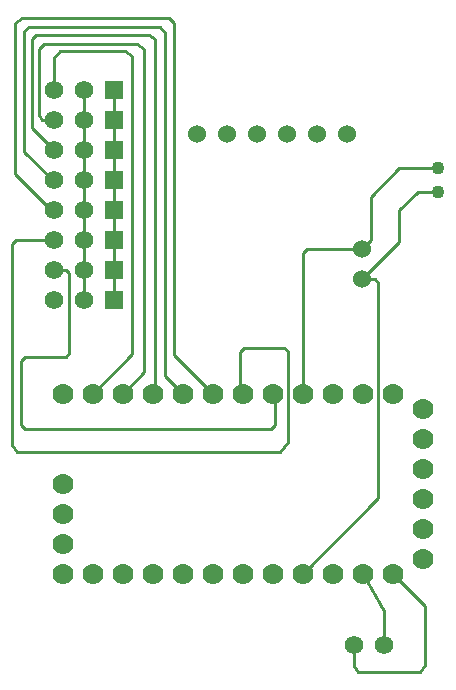
<source format=gbl>
G04 Layer: BottomLayer*
G04 EasyEDA v6.5.46, 2025-08-30 12:54:10*
G04 04c061e2933c4fd480ff2fcb95437ea8,10*
G04 Gerber Generator version 0.2*
G04 Scale: 100 percent, Rotated: No, Reflected: No *
G04 Dimensions in millimeters *
G04 leading zeros omitted , absolute positions ,4 integer and 5 decimal *
%FSLAX45Y45*%
%MOMM*%

%ADD10C,0.2540*%
%ADD11C,1.5240*%
%ADD12C,1.7780*%
%ADD13C,1.1000*%
%ADD14C,1.5700*%
%ADD15R,1.5700X1.5700*%

%LPD*%
D10*
X482587Y-2451100D02*
G01*
X161023Y-2451100D01*
X126987Y-2482087D01*
X126987Y-4189475D01*
X168643Y-4241800D01*
X2395207Y-4241800D01*
X2463787Y-4163059D01*
X2463787Y-3394201D01*
X2428227Y-3365500D01*
X2086597Y-3365500D01*
X2057387Y-3399281D01*
X2057387Y-3732275D01*
X2077453Y-3752342D01*
X482587Y-2705100D02*
G01*
X581139Y-2705100D01*
X609587Y-2731769D01*
X609587Y-3410965D01*
X578853Y-3441700D01*
X237731Y-3441700D01*
X203187Y-3473957D01*
X203187Y-4015739D01*
X237223Y-4051300D01*
X2315959Y-4051300D01*
X2349487Y-4018534D01*
X2349487Y-3770375D01*
X2331453Y-3752342D01*
X482587Y-2197100D02*
G01*
X457187Y-2197100D01*
X152387Y-1892300D01*
X152387Y-610615D01*
X210045Y-571500D01*
X1452105Y-571500D01*
X1498587Y-613155D01*
X1498587Y-3427475D01*
X1823453Y-3752342D01*
X482587Y-1943100D02*
G01*
X469887Y-1943100D01*
X228587Y-1701800D01*
X228587Y-681735D01*
X265925Y-647700D01*
X1376667Y-647700D01*
X1422387Y-697992D01*
X1422387Y-3605275D01*
X1569453Y-3752342D01*
X3086087Y-2781300D02*
G01*
X3201403Y-2781300D01*
X3225787Y-2816859D01*
X3225787Y-2816859D01*
X3225787Y-4636007D01*
X2585453Y-5276342D01*
X3086087Y-2527300D02*
G01*
X2623807Y-2527300D01*
X2590787Y-2559303D01*
X2590787Y-3747007D01*
X2585453Y-3752342D01*
X482587Y-1689100D02*
G01*
X292087Y-1498600D01*
X292087Y-749045D01*
X292087Y-749045D01*
X330949Y-711200D01*
X1284973Y-711200D01*
X1333487Y-751839D01*
X1333487Y-3734307D01*
X1315453Y-3752342D01*
X482587Y-1435100D02*
G01*
X375145Y-1435100D01*
X355587Y-1396237D01*
X355587Y-832865D01*
X395973Y-787400D01*
X1181595Y-787400D01*
X1244587Y-834643D01*
X1244587Y-3569207D01*
X1061453Y-3752342D01*
X482587Y-1181100D02*
G01*
X482587Y-913637D01*
X530085Y-850900D01*
X1078725Y-850900D01*
X1142987Y-895857D01*
X1142987Y-3416807D01*
X807453Y-3752342D01*
X3022587Y-5880100D02*
G01*
X3022587Y-6061455D01*
X3052813Y-6108700D01*
X3575037Y-6108700D01*
X3619487Y-6052057D01*
X3619487Y-5548375D01*
X3347453Y-5276342D01*
X3093453Y-5276253D02*
G01*
X3276600Y-5588000D01*
X3276602Y-5880100D01*
X990587Y-2959100D02*
G01*
X990587Y-2705100D01*
X990597Y-2451100D02*
G01*
X990597Y-2705100D01*
X990587Y-2451100D02*
G01*
X990587Y-2197100D01*
X990597Y-1943100D02*
G01*
X990597Y-2197100D01*
X990587Y-1943100D02*
G01*
X990587Y-1689100D01*
X990597Y-1435100D02*
G01*
X990597Y-1689100D01*
X990597Y-1181100D02*
G01*
X990597Y-1435100D01*
X736597Y-2959100D02*
G01*
X736597Y-2705100D01*
X736597Y-1943100D02*
G01*
X736597Y-2197100D01*
X736597Y-2451100D02*
G01*
X736597Y-2705100D01*
X736597Y-1435100D02*
G01*
X736597Y-1689100D01*
X736597Y-2197100D02*
G01*
X736597Y-2451100D01*
X736597Y-1689100D02*
G01*
X736597Y-1943100D01*
X736597Y-1181100D02*
G01*
X736597Y-1435100D01*
X3733797Y-2043102D02*
G01*
X3557597Y-2043102D01*
X3403597Y-2197100D01*
X3403597Y-2463815D01*
X3086112Y-2781300D01*
X3733797Y-1843100D02*
G01*
X3401999Y-1843100D01*
X3162297Y-2082800D01*
X3162297Y-2451115D01*
X3086112Y-2527300D01*
D11*
G01*
X1689100Y-1549400D03*
G01*
X1943100Y-1549400D03*
G01*
X2197100Y-1549400D03*
G01*
X2451100Y-1549400D03*
G01*
X2705100Y-1549400D03*
G01*
X2959100Y-1549400D03*
G01*
X3086100Y-2527300D03*
G01*
X3086100Y-2781300D03*
D12*
G01*
X553453Y-5276253D03*
G01*
X807453Y-5276253D03*
G01*
X1061453Y-5276253D03*
G01*
X1315453Y-5276253D03*
G01*
X1569453Y-5276253D03*
G01*
X1823453Y-5276253D03*
G01*
X2077453Y-5276253D03*
G01*
X2331453Y-5276253D03*
G01*
X2585453Y-5276253D03*
G01*
X2839453Y-5276253D03*
G01*
X3093453Y-5276253D03*
G01*
X3347453Y-5276253D03*
G01*
X3347453Y-3752253D03*
G01*
X3093453Y-3752253D03*
G01*
X2839453Y-3752253D03*
G01*
X2585453Y-3752253D03*
G01*
X2331453Y-3752253D03*
G01*
X2077453Y-3752253D03*
G01*
X1823453Y-3752253D03*
G01*
X1569453Y-3752253D03*
G01*
X1315453Y-3752253D03*
G01*
X1061453Y-3752253D03*
G01*
X807453Y-3752253D03*
G01*
X553453Y-3752253D03*
G01*
X553453Y-4514253D03*
G01*
X553453Y-4768253D03*
G01*
X553453Y-5022253D03*
G01*
X3601453Y-4133253D03*
G01*
X3601453Y-4387253D03*
G01*
X3601453Y-4641253D03*
G01*
X3601453Y-4895253D03*
G01*
X3601453Y-5149253D03*
G01*
X3601453Y-3879253D03*
D13*
G01*
X3733800Y-2043099D03*
G01*
X3733800Y-1843100D03*
D14*
G01*
X482600Y-1181100D03*
G01*
X482600Y-1435100D03*
G01*
X482600Y-1689100D03*
G01*
X482600Y-1943100D03*
G01*
X482600Y-2197100D03*
G01*
X482600Y-2451100D03*
G01*
X482600Y-2705100D03*
G01*
X736600Y-2705100D03*
G01*
X736600Y-2451100D03*
G01*
X736600Y-2197100D03*
G01*
X736600Y-1943100D03*
G01*
X736600Y-1689100D03*
G01*
X736600Y-1435100D03*
G01*
X736600Y-1181100D03*
D15*
G01*
X990600Y-1181100D03*
G01*
X990600Y-1435100D03*
G01*
X990600Y-1689100D03*
G01*
X990600Y-1943100D03*
G01*
X990600Y-2197100D03*
G01*
X990600Y-2451100D03*
G01*
X990600Y-2705100D03*
D14*
G01*
X3022602Y-5880100D03*
G01*
X3276602Y-5880100D03*
G01*
X482600Y-2959100D03*
G01*
X736600Y-2959100D03*
D15*
G01*
X990600Y-2959100D03*
M02*

</source>
